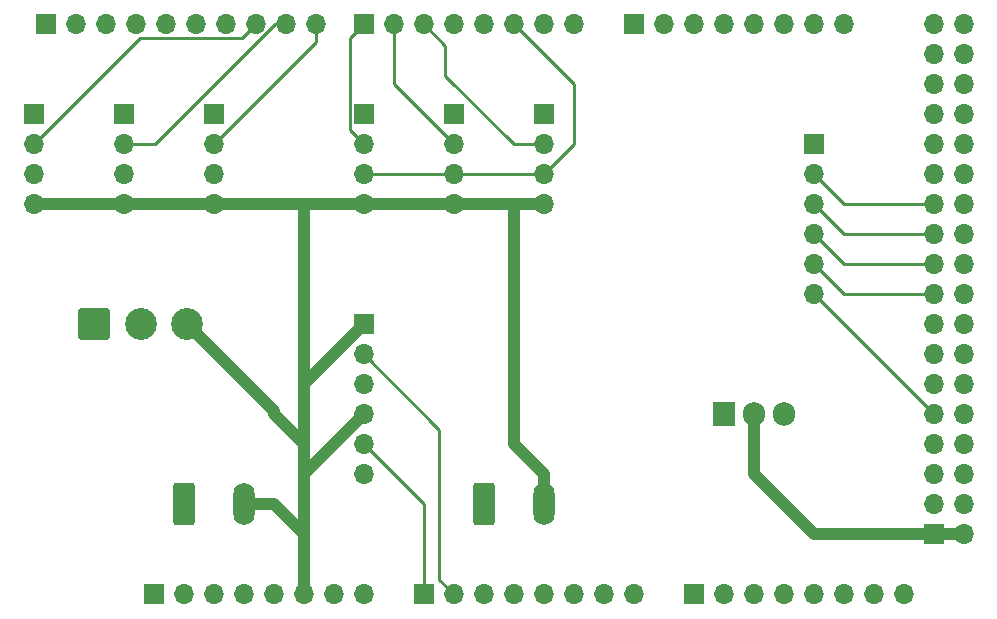
<source format=gbr>
G04 #@! TF.GenerationSoftware,KiCad,Pcbnew,7.0.7*
G04 #@! TF.CreationDate,2023-11-29T17:44:09-05:00*
G04 #@! TF.ProjectId,PCB V1 ATV,50434220-5631-4204-9154-562e6b696361,rev?*
G04 #@! TF.SameCoordinates,Original*
G04 #@! TF.FileFunction,Copper,L2,Bot*
G04 #@! TF.FilePolarity,Positive*
%FSLAX46Y46*%
G04 Gerber Fmt 4.6, Leading zero omitted, Abs format (unit mm)*
G04 Created by KiCad (PCBNEW 7.0.7) date 2023-11-29 17:44:09*
%MOMM*%
%LPD*%
G01*
G04 APERTURE LIST*
G04 Aperture macros list*
%AMRoundRect*
0 Rectangle with rounded corners*
0 $1 Rounding radius*
0 $2 $3 $4 $5 $6 $7 $8 $9 X,Y pos of 4 corners*
0 Add a 4 corners polygon primitive as box body*
4,1,4,$2,$3,$4,$5,$6,$7,$8,$9,$2,$3,0*
0 Add four circle primitives for the rounded corners*
1,1,$1+$1,$2,$3*
1,1,$1+$1,$4,$5*
1,1,$1+$1,$6,$7*
1,1,$1+$1,$8,$9*
0 Add four rect primitives between the rounded corners*
20,1,$1+$1,$2,$3,$4,$5,0*
20,1,$1+$1,$4,$5,$6,$7,0*
20,1,$1+$1,$6,$7,$8,$9,0*
20,1,$1+$1,$8,$9,$2,$3,0*%
G04 Aperture macros list end*
G04 #@! TA.AperFunction,ComponentPad*
%ADD10R,1.700000X1.700000*%
G04 #@! TD*
G04 #@! TA.AperFunction,ComponentPad*
%ADD11O,1.700000X1.700000*%
G04 #@! TD*
G04 #@! TA.AperFunction,ComponentPad*
%ADD12RoundRect,0.250000X-0.650000X-1.550000X0.650000X-1.550000X0.650000X1.550000X-0.650000X1.550000X0*%
G04 #@! TD*
G04 #@! TA.AperFunction,ComponentPad*
%ADD13O,1.800000X3.600000*%
G04 #@! TD*
G04 #@! TA.AperFunction,ComponentPad*
%ADD14R,1.905000X2.000000*%
G04 #@! TD*
G04 #@! TA.AperFunction,ComponentPad*
%ADD15O,1.905000X2.000000*%
G04 #@! TD*
G04 #@! TA.AperFunction,ComponentPad*
%ADD16RoundRect,0.250001X-1.099999X-1.099999X1.099999X-1.099999X1.099999X1.099999X-1.099999X1.099999X0*%
G04 #@! TD*
G04 #@! TA.AperFunction,ComponentPad*
%ADD17C,2.700000*%
G04 #@! TD*
G04 #@! TA.AperFunction,Conductor*
%ADD18C,1.000000*%
G04 #@! TD*
G04 #@! TA.AperFunction,Conductor*
%ADD19C,0.250000*%
G04 #@! TD*
G04 APERTURE END LIST*
D10*
X193980000Y-92380000D03*
D11*
X196520000Y-92380000D03*
X193980000Y-89840000D03*
X196520000Y-89840000D03*
X193980000Y-87300000D03*
X196520000Y-87300000D03*
X193980000Y-84760000D03*
X196520000Y-84760000D03*
X193980000Y-82220000D03*
X196520000Y-82220000D03*
X193980000Y-79680000D03*
X196520000Y-79680000D03*
X193980000Y-77140000D03*
X196520000Y-77140000D03*
X193980000Y-74600000D03*
X196520000Y-74600000D03*
X193980000Y-72060000D03*
X196520000Y-72060000D03*
X193980000Y-69520000D03*
X196520000Y-69520000D03*
X193980000Y-66980000D03*
X196520000Y-66980000D03*
X193980000Y-64440000D03*
X196520000Y-64440000D03*
X193980000Y-61900000D03*
X196520000Y-61900000D03*
X193980000Y-59360000D03*
X196520000Y-59360000D03*
X193980000Y-56820000D03*
X196520000Y-56820000D03*
X193980000Y-54280000D03*
X196520000Y-54280000D03*
X193980000Y-51740000D03*
X196520000Y-51740000D03*
X193980000Y-49200000D03*
X196520000Y-49200000D03*
D10*
X127940000Y-97460000D03*
D11*
X130480000Y-97460000D03*
X133020000Y-97460000D03*
X135560000Y-97460000D03*
X138100000Y-97460000D03*
X140640000Y-97460000D03*
X143180000Y-97460000D03*
X145720000Y-97460000D03*
D10*
X150800000Y-97460000D03*
D11*
X153340000Y-97460000D03*
X155880000Y-97460000D03*
X158420000Y-97460000D03*
X160960000Y-97460000D03*
X163500000Y-97460000D03*
X166040000Y-97460000D03*
X168580000Y-97460000D03*
D10*
X173660000Y-97460000D03*
D11*
X176200000Y-97460000D03*
X178740000Y-97460000D03*
X181280000Y-97460000D03*
X183820000Y-97460000D03*
X186360000Y-97460000D03*
X188900000Y-97460000D03*
X191440000Y-97460000D03*
D10*
X118796000Y-49200000D03*
D11*
X121336000Y-49200000D03*
X123876000Y-49200000D03*
X126416000Y-49200000D03*
X128956000Y-49200000D03*
X131496000Y-49200000D03*
X134036000Y-49200000D03*
X136576000Y-49200000D03*
X139116000Y-49200000D03*
X141656000Y-49200000D03*
D10*
X145720000Y-49200000D03*
D11*
X148260000Y-49200000D03*
X150800000Y-49200000D03*
X153340000Y-49200000D03*
X155880000Y-49200000D03*
X158420000Y-49200000D03*
X160960000Y-49200000D03*
X163500000Y-49200000D03*
D10*
X168580000Y-49200000D03*
D11*
X171120000Y-49200000D03*
X173660000Y-49200000D03*
X176200000Y-49200000D03*
X178740000Y-49200000D03*
X181280000Y-49200000D03*
X183820000Y-49200000D03*
X186360000Y-49200000D03*
D12*
X155880000Y-89840000D03*
D13*
X160960000Y-89840000D03*
D12*
X130480000Y-89840000D03*
D13*
X135560000Y-89840000D03*
D10*
X183820000Y-59360000D03*
D11*
X183820000Y-61900000D03*
X183820000Y-64440000D03*
X183820000Y-66980000D03*
X183820000Y-69520000D03*
X183820000Y-72060000D03*
D10*
X117780000Y-56820000D03*
D11*
X117780000Y-59360000D03*
X117780000Y-61900000D03*
X117780000Y-64440000D03*
D10*
X145720000Y-74600000D03*
D11*
X145720000Y-77140000D03*
X145720000Y-79680000D03*
X145720000Y-82220000D03*
X145720000Y-84760000D03*
X145720000Y-87300000D03*
D10*
X133020000Y-56820000D03*
D11*
X133020000Y-59360000D03*
X133020000Y-61900000D03*
X133020000Y-64440000D03*
D10*
X125400000Y-56820000D03*
D11*
X125400000Y-59360000D03*
X125400000Y-61900000D03*
X125400000Y-64440000D03*
D10*
X160960000Y-56820000D03*
D11*
X160960000Y-59360000D03*
X160960000Y-61900000D03*
X160960000Y-64440000D03*
D10*
X153340000Y-56820000D03*
D11*
X153340000Y-59360000D03*
X153340000Y-61900000D03*
X153340000Y-64440000D03*
D14*
X176200000Y-82220000D03*
D15*
X178740000Y-82220000D03*
X181280000Y-82220000D03*
D16*
X122860000Y-74600000D03*
D17*
X126820000Y-74600000D03*
X130780000Y-74600000D03*
D10*
X145720000Y-56820000D03*
D11*
X145720000Y-59360000D03*
X145720000Y-61900000D03*
X145720000Y-64440000D03*
D18*
X160960000Y-87300000D02*
X160960000Y-89840000D01*
X140640000Y-89840000D02*
X140640000Y-97460000D01*
X158420000Y-84760000D02*
X160960000Y-87300000D01*
X138100000Y-82220000D02*
X138100000Y-81920000D01*
X193980000Y-92380000D02*
X196520000Y-92380000D01*
X138100000Y-81920000D02*
X130780000Y-74600000D01*
X140640000Y-84760000D02*
X140640000Y-79680000D01*
X140640000Y-89840000D02*
X140640000Y-87300000D01*
X138100000Y-89840000D02*
X135560000Y-89840000D01*
X153340000Y-64440000D02*
X158420000Y-64440000D01*
X183820000Y-92380000D02*
X193980000Y-92380000D01*
X133020000Y-64440000D02*
X145720000Y-64440000D01*
X140640000Y-87300000D02*
X140640000Y-84760000D01*
X178740000Y-87300000D02*
X183820000Y-92380000D01*
X140640000Y-79680000D02*
X140640000Y-64440000D01*
X145720000Y-64440000D02*
X153340000Y-64440000D01*
X158420000Y-64440000D02*
X158420000Y-84760000D01*
X140640000Y-87300000D02*
X145720000Y-82220000D01*
X140640000Y-92380000D02*
X138100000Y-89840000D01*
X178740000Y-82220000D02*
X178740000Y-87300000D01*
X140640000Y-79680000D02*
X145720000Y-74600000D01*
X138100000Y-82220000D02*
X140640000Y-84760000D01*
X158420000Y-64440000D02*
X160960000Y-64440000D01*
X117780000Y-64440000D02*
X125400000Y-64440000D01*
X125400000Y-64440000D02*
X133020000Y-64440000D01*
D19*
X183820000Y-72060000D02*
X193980000Y-82220000D01*
X186360000Y-72060000D02*
X193980000Y-72060000D01*
X183820000Y-69520000D02*
X186360000Y-72060000D01*
X186360000Y-69520000D02*
X193980000Y-69520000D01*
X183820000Y-66980000D02*
X186360000Y-69520000D01*
X183820000Y-64440000D02*
X186360000Y-66980000D01*
X186360000Y-66980000D02*
X193980000Y-66980000D01*
X183820000Y-61900000D02*
X186360000Y-64440000D01*
X186360000Y-64440000D02*
X193980000Y-64440000D01*
X150800000Y-89840000D02*
X150800000Y-97460000D01*
X145720000Y-84760000D02*
X150800000Y-89840000D01*
X152115000Y-83535000D02*
X152115000Y-96235000D01*
X145720000Y-77140000D02*
X152115000Y-83535000D01*
X152115000Y-96235000D02*
X153340000Y-97460000D01*
X135401000Y-50375000D02*
X136576000Y-49200000D01*
X126765000Y-50375000D02*
X135401000Y-50375000D01*
X117780000Y-59360000D02*
X126765000Y-50375000D01*
X138237701Y-49200000D02*
X139116000Y-49200000D01*
X128077701Y-59360000D02*
X138237701Y-49200000D01*
X125400000Y-59360000D02*
X128077701Y-59360000D01*
X141656000Y-50724000D02*
X141656000Y-49200000D01*
X133020000Y-59360000D02*
X141656000Y-50724000D01*
X144545000Y-58185000D02*
X144545000Y-50375000D01*
X144545000Y-50375000D02*
X145720000Y-49200000D01*
X145720000Y-59360000D02*
X144545000Y-58185000D01*
X148260000Y-54280000D02*
X148260000Y-49200000D01*
X153340000Y-59360000D02*
X148260000Y-54280000D01*
X152615000Y-51015000D02*
X150800000Y-49200000D01*
X152615000Y-53555000D02*
X152615000Y-51015000D01*
X158420000Y-59360000D02*
X160960000Y-59360000D01*
X158420000Y-59360000D02*
X152615000Y-53555000D01*
X163500000Y-54280000D02*
X158420000Y-49200000D01*
X153340000Y-61900000D02*
X160960000Y-61900000D01*
X145720000Y-61900000D02*
X153340000Y-61900000D01*
X160960000Y-61900000D02*
X163500000Y-59360000D01*
X163500000Y-59360000D02*
X163500000Y-54280000D01*
M02*

</source>
